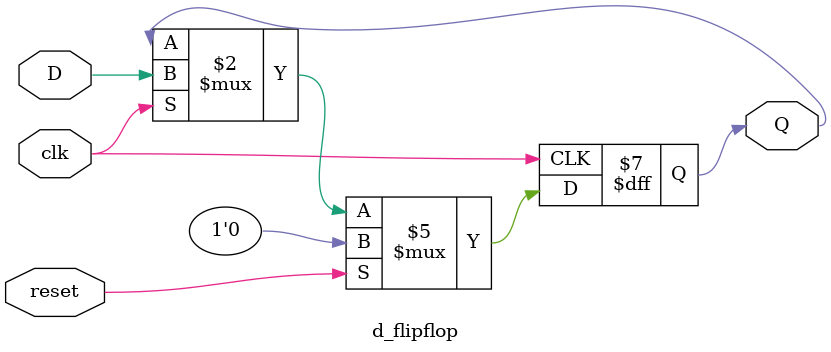
<source format=v>
`timescale 1ns / 1ps


module d_flipflop(
    input clk, reset, D,
    output reg Q
    );
    
    always @(posedge clk) begin
        if (reset)
            Q = 0;
        else if (clk)
            Q <= D;
    end
endmodule

</source>
